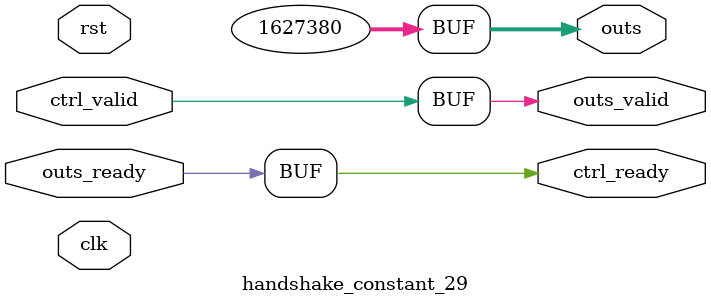
<source format=v>
`timescale 1ns / 1ps
module handshake_constant_29 #(
  parameter DATA_WIDTH = 32  // Default set to 32 bits
) (
  input                       clk,
  input                       rst,
  // Input Channel
  input                       ctrl_valid,
  output                      ctrl_ready,
  // Output Channel
  output [DATA_WIDTH - 1 : 0] outs,
  output                      outs_valid,
  input                       outs_ready
);
  assign outs       = 22'b0110001101010011110100;
  assign outs_valid = ctrl_valid;
  assign ctrl_ready = outs_ready;

endmodule

</source>
